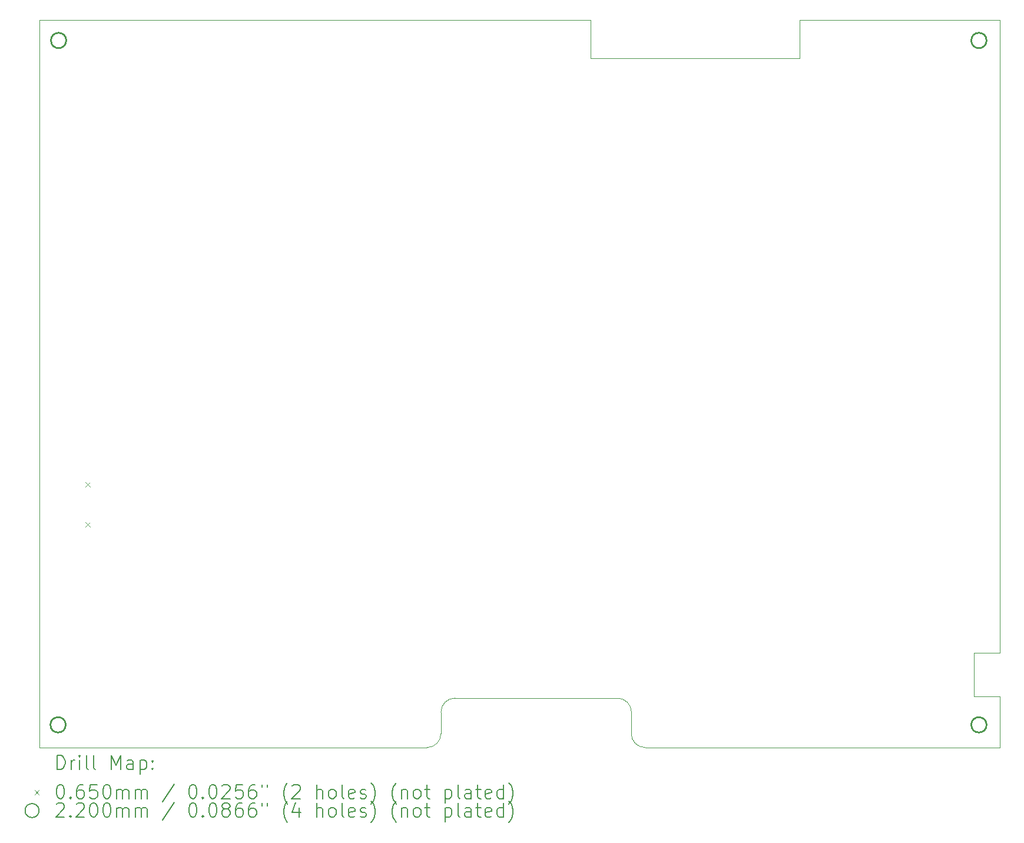
<source format=gbr>
%TF.GenerationSoftware,KiCad,Pcbnew,7.0.9-7.0.9~ubuntu22.04.1*%
%TF.CreationDate,2024-02-01T16:35:02+01:00*%
%TF.ProjectId,v7-kaleido,76372d6b-616c-4656-9964-6f2e6b696361,1.0*%
%TF.SameCoordinates,Original*%
%TF.FileFunction,Drillmap*%
%TF.FilePolarity,Positive*%
%FSLAX45Y45*%
G04 Gerber Fmt 4.5, Leading zero omitted, Abs format (unit mm)*
G04 Created by KiCad (PCBNEW 7.0.9-7.0.9~ubuntu22.04.1) date 2024-02-01 16:35:02*
%MOMM*%
%LPD*%
G01*
G04 APERTURE LIST*
%ADD10C,0.050000*%
%ADD11C,0.200000*%
%ADD12C,0.100000*%
%ADD13C,0.220000*%
G04 APERTURE END LIST*
D10*
X5987950Y-14860600D02*
X5987950Y-4400000D01*
X5987950Y-14860000D02*
X11565000Y-14860000D01*
X19800000Y-4400000D02*
X19800000Y-13500000D01*
X5987950Y-4400000D02*
X13920000Y-4400000D01*
X11965000Y-14150000D02*
G75*
G03*
X11765000Y-14350000I0J-200000D01*
G01*
X19800000Y-14122000D02*
X19800000Y-14860600D01*
X19430000Y-13500000D02*
X19430000Y-14123000D01*
X11765000Y-14660289D02*
X11765000Y-14350000D01*
X11565000Y-14860290D02*
G75*
G03*
X11765000Y-14660289I0J200000D01*
G01*
X14501621Y-14660289D02*
G75*
G03*
X14701621Y-14860289I199999J-1D01*
G01*
X16920000Y-4400000D02*
X19800000Y-4400000D01*
X13920000Y-4400000D02*
X13920000Y-4945000D01*
X14501621Y-14660289D02*
X14503579Y-14350422D01*
X14701621Y-14860289D02*
X19800000Y-14860600D01*
X14503578Y-14350422D02*
G75*
G03*
X14303579Y-14150422I-199998J2D01*
G01*
X19430000Y-14123000D02*
X19800000Y-14122000D01*
X14303579Y-14150000D02*
X11965000Y-14150000D01*
X16920000Y-4945000D02*
X16920000Y-4400000D01*
X19800000Y-13500000D02*
X19430000Y-13500000D01*
X13920000Y-4945000D02*
X16920000Y-4945000D01*
D11*
D12*
X6651150Y-11042869D02*
X6716150Y-11107869D01*
X6716150Y-11042869D02*
X6651150Y-11107869D01*
X6651150Y-11620869D02*
X6716150Y-11685869D01*
X6716150Y-11620869D02*
X6651150Y-11685869D01*
D13*
X6369650Y-14534369D02*
G75*
G03*
X6369650Y-14534369I-110000J0D01*
G01*
X6377000Y-4691000D02*
G75*
G03*
X6377000Y-4691000I-110000J0D01*
G01*
X19610000Y-4691000D02*
G75*
G03*
X19610000Y-4691000I-110000J0D01*
G01*
X19610000Y-14534369D02*
G75*
G03*
X19610000Y-14534369I-110000J0D01*
G01*
D11*
X6246227Y-15174584D02*
X6246227Y-14974584D01*
X6246227Y-14974584D02*
X6293846Y-14974584D01*
X6293846Y-14974584D02*
X6322417Y-14984108D01*
X6322417Y-14984108D02*
X6341465Y-15003155D01*
X6341465Y-15003155D02*
X6350989Y-15022203D01*
X6350989Y-15022203D02*
X6360512Y-15060298D01*
X6360512Y-15060298D02*
X6360512Y-15088869D01*
X6360512Y-15088869D02*
X6350989Y-15126965D01*
X6350989Y-15126965D02*
X6341465Y-15146012D01*
X6341465Y-15146012D02*
X6322417Y-15165060D01*
X6322417Y-15165060D02*
X6293846Y-15174584D01*
X6293846Y-15174584D02*
X6246227Y-15174584D01*
X6446227Y-15174584D02*
X6446227Y-15041250D01*
X6446227Y-15079346D02*
X6455751Y-15060298D01*
X6455751Y-15060298D02*
X6465274Y-15050774D01*
X6465274Y-15050774D02*
X6484322Y-15041250D01*
X6484322Y-15041250D02*
X6503370Y-15041250D01*
X6570036Y-15174584D02*
X6570036Y-15041250D01*
X6570036Y-14974584D02*
X6560512Y-14984108D01*
X6560512Y-14984108D02*
X6570036Y-14993631D01*
X6570036Y-14993631D02*
X6579560Y-14984108D01*
X6579560Y-14984108D02*
X6570036Y-14974584D01*
X6570036Y-14974584D02*
X6570036Y-14993631D01*
X6693846Y-15174584D02*
X6674798Y-15165060D01*
X6674798Y-15165060D02*
X6665274Y-15146012D01*
X6665274Y-15146012D02*
X6665274Y-14974584D01*
X6798608Y-15174584D02*
X6779560Y-15165060D01*
X6779560Y-15165060D02*
X6770036Y-15146012D01*
X6770036Y-15146012D02*
X6770036Y-14974584D01*
X7027179Y-15174584D02*
X7027179Y-14974584D01*
X7027179Y-14974584D02*
X7093846Y-15117441D01*
X7093846Y-15117441D02*
X7160512Y-14974584D01*
X7160512Y-14974584D02*
X7160512Y-15174584D01*
X7341465Y-15174584D02*
X7341465Y-15069822D01*
X7341465Y-15069822D02*
X7331941Y-15050774D01*
X7331941Y-15050774D02*
X7312893Y-15041250D01*
X7312893Y-15041250D02*
X7274798Y-15041250D01*
X7274798Y-15041250D02*
X7255751Y-15050774D01*
X7341465Y-15165060D02*
X7322417Y-15174584D01*
X7322417Y-15174584D02*
X7274798Y-15174584D01*
X7274798Y-15174584D02*
X7255751Y-15165060D01*
X7255751Y-15165060D02*
X7246227Y-15146012D01*
X7246227Y-15146012D02*
X7246227Y-15126965D01*
X7246227Y-15126965D02*
X7255751Y-15107917D01*
X7255751Y-15107917D02*
X7274798Y-15098393D01*
X7274798Y-15098393D02*
X7322417Y-15098393D01*
X7322417Y-15098393D02*
X7341465Y-15088869D01*
X7436703Y-15041250D02*
X7436703Y-15241250D01*
X7436703Y-15050774D02*
X7455751Y-15041250D01*
X7455751Y-15041250D02*
X7493846Y-15041250D01*
X7493846Y-15041250D02*
X7512893Y-15050774D01*
X7512893Y-15050774D02*
X7522417Y-15060298D01*
X7522417Y-15060298D02*
X7531941Y-15079346D01*
X7531941Y-15079346D02*
X7531941Y-15136488D01*
X7531941Y-15136488D02*
X7522417Y-15155536D01*
X7522417Y-15155536D02*
X7512893Y-15165060D01*
X7512893Y-15165060D02*
X7493846Y-15174584D01*
X7493846Y-15174584D02*
X7455751Y-15174584D01*
X7455751Y-15174584D02*
X7436703Y-15165060D01*
X7617655Y-15155536D02*
X7627179Y-15165060D01*
X7627179Y-15165060D02*
X7617655Y-15174584D01*
X7617655Y-15174584D02*
X7608132Y-15165060D01*
X7608132Y-15165060D02*
X7617655Y-15155536D01*
X7617655Y-15155536D02*
X7617655Y-15174584D01*
X7617655Y-15050774D02*
X7627179Y-15060298D01*
X7627179Y-15060298D02*
X7617655Y-15069822D01*
X7617655Y-15069822D02*
X7608132Y-15060298D01*
X7608132Y-15060298D02*
X7617655Y-15050774D01*
X7617655Y-15050774D02*
X7617655Y-15069822D01*
D12*
X5920450Y-15470600D02*
X5985450Y-15535600D01*
X5985450Y-15470600D02*
X5920450Y-15535600D01*
D11*
X6284322Y-15394584D02*
X6303370Y-15394584D01*
X6303370Y-15394584D02*
X6322417Y-15404108D01*
X6322417Y-15404108D02*
X6331941Y-15413631D01*
X6331941Y-15413631D02*
X6341465Y-15432679D01*
X6341465Y-15432679D02*
X6350989Y-15470774D01*
X6350989Y-15470774D02*
X6350989Y-15518393D01*
X6350989Y-15518393D02*
X6341465Y-15556488D01*
X6341465Y-15556488D02*
X6331941Y-15575536D01*
X6331941Y-15575536D02*
X6322417Y-15585060D01*
X6322417Y-15585060D02*
X6303370Y-15594584D01*
X6303370Y-15594584D02*
X6284322Y-15594584D01*
X6284322Y-15594584D02*
X6265274Y-15585060D01*
X6265274Y-15585060D02*
X6255751Y-15575536D01*
X6255751Y-15575536D02*
X6246227Y-15556488D01*
X6246227Y-15556488D02*
X6236703Y-15518393D01*
X6236703Y-15518393D02*
X6236703Y-15470774D01*
X6236703Y-15470774D02*
X6246227Y-15432679D01*
X6246227Y-15432679D02*
X6255751Y-15413631D01*
X6255751Y-15413631D02*
X6265274Y-15404108D01*
X6265274Y-15404108D02*
X6284322Y-15394584D01*
X6436703Y-15575536D02*
X6446227Y-15585060D01*
X6446227Y-15585060D02*
X6436703Y-15594584D01*
X6436703Y-15594584D02*
X6427179Y-15585060D01*
X6427179Y-15585060D02*
X6436703Y-15575536D01*
X6436703Y-15575536D02*
X6436703Y-15594584D01*
X6617655Y-15394584D02*
X6579560Y-15394584D01*
X6579560Y-15394584D02*
X6560512Y-15404108D01*
X6560512Y-15404108D02*
X6550989Y-15413631D01*
X6550989Y-15413631D02*
X6531941Y-15442203D01*
X6531941Y-15442203D02*
X6522417Y-15480298D01*
X6522417Y-15480298D02*
X6522417Y-15556488D01*
X6522417Y-15556488D02*
X6531941Y-15575536D01*
X6531941Y-15575536D02*
X6541465Y-15585060D01*
X6541465Y-15585060D02*
X6560512Y-15594584D01*
X6560512Y-15594584D02*
X6598608Y-15594584D01*
X6598608Y-15594584D02*
X6617655Y-15585060D01*
X6617655Y-15585060D02*
X6627179Y-15575536D01*
X6627179Y-15575536D02*
X6636703Y-15556488D01*
X6636703Y-15556488D02*
X6636703Y-15508869D01*
X6636703Y-15508869D02*
X6627179Y-15489822D01*
X6627179Y-15489822D02*
X6617655Y-15480298D01*
X6617655Y-15480298D02*
X6598608Y-15470774D01*
X6598608Y-15470774D02*
X6560512Y-15470774D01*
X6560512Y-15470774D02*
X6541465Y-15480298D01*
X6541465Y-15480298D02*
X6531941Y-15489822D01*
X6531941Y-15489822D02*
X6522417Y-15508869D01*
X6817655Y-15394584D02*
X6722417Y-15394584D01*
X6722417Y-15394584D02*
X6712893Y-15489822D01*
X6712893Y-15489822D02*
X6722417Y-15480298D01*
X6722417Y-15480298D02*
X6741465Y-15470774D01*
X6741465Y-15470774D02*
X6789084Y-15470774D01*
X6789084Y-15470774D02*
X6808132Y-15480298D01*
X6808132Y-15480298D02*
X6817655Y-15489822D01*
X6817655Y-15489822D02*
X6827179Y-15508869D01*
X6827179Y-15508869D02*
X6827179Y-15556488D01*
X6827179Y-15556488D02*
X6817655Y-15575536D01*
X6817655Y-15575536D02*
X6808132Y-15585060D01*
X6808132Y-15585060D02*
X6789084Y-15594584D01*
X6789084Y-15594584D02*
X6741465Y-15594584D01*
X6741465Y-15594584D02*
X6722417Y-15585060D01*
X6722417Y-15585060D02*
X6712893Y-15575536D01*
X6950989Y-15394584D02*
X6970036Y-15394584D01*
X6970036Y-15394584D02*
X6989084Y-15404108D01*
X6989084Y-15404108D02*
X6998608Y-15413631D01*
X6998608Y-15413631D02*
X7008132Y-15432679D01*
X7008132Y-15432679D02*
X7017655Y-15470774D01*
X7017655Y-15470774D02*
X7017655Y-15518393D01*
X7017655Y-15518393D02*
X7008132Y-15556488D01*
X7008132Y-15556488D02*
X6998608Y-15575536D01*
X6998608Y-15575536D02*
X6989084Y-15585060D01*
X6989084Y-15585060D02*
X6970036Y-15594584D01*
X6970036Y-15594584D02*
X6950989Y-15594584D01*
X6950989Y-15594584D02*
X6931941Y-15585060D01*
X6931941Y-15585060D02*
X6922417Y-15575536D01*
X6922417Y-15575536D02*
X6912893Y-15556488D01*
X6912893Y-15556488D02*
X6903370Y-15518393D01*
X6903370Y-15518393D02*
X6903370Y-15470774D01*
X6903370Y-15470774D02*
X6912893Y-15432679D01*
X6912893Y-15432679D02*
X6922417Y-15413631D01*
X6922417Y-15413631D02*
X6931941Y-15404108D01*
X6931941Y-15404108D02*
X6950989Y-15394584D01*
X7103370Y-15594584D02*
X7103370Y-15461250D01*
X7103370Y-15480298D02*
X7112893Y-15470774D01*
X7112893Y-15470774D02*
X7131941Y-15461250D01*
X7131941Y-15461250D02*
X7160513Y-15461250D01*
X7160513Y-15461250D02*
X7179560Y-15470774D01*
X7179560Y-15470774D02*
X7189084Y-15489822D01*
X7189084Y-15489822D02*
X7189084Y-15594584D01*
X7189084Y-15489822D02*
X7198608Y-15470774D01*
X7198608Y-15470774D02*
X7217655Y-15461250D01*
X7217655Y-15461250D02*
X7246227Y-15461250D01*
X7246227Y-15461250D02*
X7265274Y-15470774D01*
X7265274Y-15470774D02*
X7274798Y-15489822D01*
X7274798Y-15489822D02*
X7274798Y-15594584D01*
X7370036Y-15594584D02*
X7370036Y-15461250D01*
X7370036Y-15480298D02*
X7379560Y-15470774D01*
X7379560Y-15470774D02*
X7398608Y-15461250D01*
X7398608Y-15461250D02*
X7427179Y-15461250D01*
X7427179Y-15461250D02*
X7446227Y-15470774D01*
X7446227Y-15470774D02*
X7455751Y-15489822D01*
X7455751Y-15489822D02*
X7455751Y-15594584D01*
X7455751Y-15489822D02*
X7465274Y-15470774D01*
X7465274Y-15470774D02*
X7484322Y-15461250D01*
X7484322Y-15461250D02*
X7512893Y-15461250D01*
X7512893Y-15461250D02*
X7531941Y-15470774D01*
X7531941Y-15470774D02*
X7541465Y-15489822D01*
X7541465Y-15489822D02*
X7541465Y-15594584D01*
X7931941Y-15385060D02*
X7760513Y-15642203D01*
X8189084Y-15394584D02*
X8208132Y-15394584D01*
X8208132Y-15394584D02*
X8227179Y-15404108D01*
X8227179Y-15404108D02*
X8236703Y-15413631D01*
X8236703Y-15413631D02*
X8246227Y-15432679D01*
X8246227Y-15432679D02*
X8255751Y-15470774D01*
X8255751Y-15470774D02*
X8255751Y-15518393D01*
X8255751Y-15518393D02*
X8246227Y-15556488D01*
X8246227Y-15556488D02*
X8236703Y-15575536D01*
X8236703Y-15575536D02*
X8227179Y-15585060D01*
X8227179Y-15585060D02*
X8208132Y-15594584D01*
X8208132Y-15594584D02*
X8189084Y-15594584D01*
X8189084Y-15594584D02*
X8170036Y-15585060D01*
X8170036Y-15585060D02*
X8160513Y-15575536D01*
X8160513Y-15575536D02*
X8150989Y-15556488D01*
X8150989Y-15556488D02*
X8141465Y-15518393D01*
X8141465Y-15518393D02*
X8141465Y-15470774D01*
X8141465Y-15470774D02*
X8150989Y-15432679D01*
X8150989Y-15432679D02*
X8160513Y-15413631D01*
X8160513Y-15413631D02*
X8170036Y-15404108D01*
X8170036Y-15404108D02*
X8189084Y-15394584D01*
X8341465Y-15575536D02*
X8350989Y-15585060D01*
X8350989Y-15585060D02*
X8341465Y-15594584D01*
X8341465Y-15594584D02*
X8331941Y-15585060D01*
X8331941Y-15585060D02*
X8341465Y-15575536D01*
X8341465Y-15575536D02*
X8341465Y-15594584D01*
X8474798Y-15394584D02*
X8493846Y-15394584D01*
X8493846Y-15394584D02*
X8512894Y-15404108D01*
X8512894Y-15404108D02*
X8522418Y-15413631D01*
X8522418Y-15413631D02*
X8531941Y-15432679D01*
X8531941Y-15432679D02*
X8541465Y-15470774D01*
X8541465Y-15470774D02*
X8541465Y-15518393D01*
X8541465Y-15518393D02*
X8531941Y-15556488D01*
X8531941Y-15556488D02*
X8522418Y-15575536D01*
X8522418Y-15575536D02*
X8512894Y-15585060D01*
X8512894Y-15585060D02*
X8493846Y-15594584D01*
X8493846Y-15594584D02*
X8474798Y-15594584D01*
X8474798Y-15594584D02*
X8455751Y-15585060D01*
X8455751Y-15585060D02*
X8446227Y-15575536D01*
X8446227Y-15575536D02*
X8436703Y-15556488D01*
X8436703Y-15556488D02*
X8427179Y-15518393D01*
X8427179Y-15518393D02*
X8427179Y-15470774D01*
X8427179Y-15470774D02*
X8436703Y-15432679D01*
X8436703Y-15432679D02*
X8446227Y-15413631D01*
X8446227Y-15413631D02*
X8455751Y-15404108D01*
X8455751Y-15404108D02*
X8474798Y-15394584D01*
X8617656Y-15413631D02*
X8627179Y-15404108D01*
X8627179Y-15404108D02*
X8646227Y-15394584D01*
X8646227Y-15394584D02*
X8693846Y-15394584D01*
X8693846Y-15394584D02*
X8712894Y-15404108D01*
X8712894Y-15404108D02*
X8722418Y-15413631D01*
X8722418Y-15413631D02*
X8731941Y-15432679D01*
X8731941Y-15432679D02*
X8731941Y-15451727D01*
X8731941Y-15451727D02*
X8722418Y-15480298D01*
X8722418Y-15480298D02*
X8608132Y-15594584D01*
X8608132Y-15594584D02*
X8731941Y-15594584D01*
X8912894Y-15394584D02*
X8817656Y-15394584D01*
X8817656Y-15394584D02*
X8808132Y-15489822D01*
X8808132Y-15489822D02*
X8817656Y-15480298D01*
X8817656Y-15480298D02*
X8836703Y-15470774D01*
X8836703Y-15470774D02*
X8884322Y-15470774D01*
X8884322Y-15470774D02*
X8903370Y-15480298D01*
X8903370Y-15480298D02*
X8912894Y-15489822D01*
X8912894Y-15489822D02*
X8922418Y-15508869D01*
X8922418Y-15508869D02*
X8922418Y-15556488D01*
X8922418Y-15556488D02*
X8912894Y-15575536D01*
X8912894Y-15575536D02*
X8903370Y-15585060D01*
X8903370Y-15585060D02*
X8884322Y-15594584D01*
X8884322Y-15594584D02*
X8836703Y-15594584D01*
X8836703Y-15594584D02*
X8817656Y-15585060D01*
X8817656Y-15585060D02*
X8808132Y-15575536D01*
X9093846Y-15394584D02*
X9055751Y-15394584D01*
X9055751Y-15394584D02*
X9036703Y-15404108D01*
X9036703Y-15404108D02*
X9027179Y-15413631D01*
X9027179Y-15413631D02*
X9008132Y-15442203D01*
X9008132Y-15442203D02*
X8998608Y-15480298D01*
X8998608Y-15480298D02*
X8998608Y-15556488D01*
X8998608Y-15556488D02*
X9008132Y-15575536D01*
X9008132Y-15575536D02*
X9017656Y-15585060D01*
X9017656Y-15585060D02*
X9036703Y-15594584D01*
X9036703Y-15594584D02*
X9074799Y-15594584D01*
X9074799Y-15594584D02*
X9093846Y-15585060D01*
X9093846Y-15585060D02*
X9103370Y-15575536D01*
X9103370Y-15575536D02*
X9112894Y-15556488D01*
X9112894Y-15556488D02*
X9112894Y-15508869D01*
X9112894Y-15508869D02*
X9103370Y-15489822D01*
X9103370Y-15489822D02*
X9093846Y-15480298D01*
X9093846Y-15480298D02*
X9074799Y-15470774D01*
X9074799Y-15470774D02*
X9036703Y-15470774D01*
X9036703Y-15470774D02*
X9017656Y-15480298D01*
X9017656Y-15480298D02*
X9008132Y-15489822D01*
X9008132Y-15489822D02*
X8998608Y-15508869D01*
X9189084Y-15394584D02*
X9189084Y-15432679D01*
X9265275Y-15394584D02*
X9265275Y-15432679D01*
X9560513Y-15670774D02*
X9550989Y-15661250D01*
X9550989Y-15661250D02*
X9531941Y-15632679D01*
X9531941Y-15632679D02*
X9522418Y-15613631D01*
X9522418Y-15613631D02*
X9512894Y-15585060D01*
X9512894Y-15585060D02*
X9503370Y-15537441D01*
X9503370Y-15537441D02*
X9503370Y-15499346D01*
X9503370Y-15499346D02*
X9512894Y-15451727D01*
X9512894Y-15451727D02*
X9522418Y-15423155D01*
X9522418Y-15423155D02*
X9531941Y-15404108D01*
X9531941Y-15404108D02*
X9550989Y-15375536D01*
X9550989Y-15375536D02*
X9560513Y-15366012D01*
X9627180Y-15413631D02*
X9636703Y-15404108D01*
X9636703Y-15404108D02*
X9655751Y-15394584D01*
X9655751Y-15394584D02*
X9703370Y-15394584D01*
X9703370Y-15394584D02*
X9722418Y-15404108D01*
X9722418Y-15404108D02*
X9731941Y-15413631D01*
X9731941Y-15413631D02*
X9741465Y-15432679D01*
X9741465Y-15432679D02*
X9741465Y-15451727D01*
X9741465Y-15451727D02*
X9731941Y-15480298D01*
X9731941Y-15480298D02*
X9617656Y-15594584D01*
X9617656Y-15594584D02*
X9741465Y-15594584D01*
X9979561Y-15594584D02*
X9979561Y-15394584D01*
X10065275Y-15594584D02*
X10065275Y-15489822D01*
X10065275Y-15489822D02*
X10055751Y-15470774D01*
X10055751Y-15470774D02*
X10036703Y-15461250D01*
X10036703Y-15461250D02*
X10008132Y-15461250D01*
X10008132Y-15461250D02*
X9989084Y-15470774D01*
X9989084Y-15470774D02*
X9979561Y-15480298D01*
X10189084Y-15594584D02*
X10170037Y-15585060D01*
X10170037Y-15585060D02*
X10160513Y-15575536D01*
X10160513Y-15575536D02*
X10150989Y-15556488D01*
X10150989Y-15556488D02*
X10150989Y-15499346D01*
X10150989Y-15499346D02*
X10160513Y-15480298D01*
X10160513Y-15480298D02*
X10170037Y-15470774D01*
X10170037Y-15470774D02*
X10189084Y-15461250D01*
X10189084Y-15461250D02*
X10217656Y-15461250D01*
X10217656Y-15461250D02*
X10236703Y-15470774D01*
X10236703Y-15470774D02*
X10246227Y-15480298D01*
X10246227Y-15480298D02*
X10255751Y-15499346D01*
X10255751Y-15499346D02*
X10255751Y-15556488D01*
X10255751Y-15556488D02*
X10246227Y-15575536D01*
X10246227Y-15575536D02*
X10236703Y-15585060D01*
X10236703Y-15585060D02*
X10217656Y-15594584D01*
X10217656Y-15594584D02*
X10189084Y-15594584D01*
X10370037Y-15594584D02*
X10350989Y-15585060D01*
X10350989Y-15585060D02*
X10341465Y-15566012D01*
X10341465Y-15566012D02*
X10341465Y-15394584D01*
X10522418Y-15585060D02*
X10503370Y-15594584D01*
X10503370Y-15594584D02*
X10465275Y-15594584D01*
X10465275Y-15594584D02*
X10446227Y-15585060D01*
X10446227Y-15585060D02*
X10436703Y-15566012D01*
X10436703Y-15566012D02*
X10436703Y-15489822D01*
X10436703Y-15489822D02*
X10446227Y-15470774D01*
X10446227Y-15470774D02*
X10465275Y-15461250D01*
X10465275Y-15461250D02*
X10503370Y-15461250D01*
X10503370Y-15461250D02*
X10522418Y-15470774D01*
X10522418Y-15470774D02*
X10531942Y-15489822D01*
X10531942Y-15489822D02*
X10531942Y-15508869D01*
X10531942Y-15508869D02*
X10436703Y-15527917D01*
X10608132Y-15585060D02*
X10627180Y-15594584D01*
X10627180Y-15594584D02*
X10665275Y-15594584D01*
X10665275Y-15594584D02*
X10684323Y-15585060D01*
X10684323Y-15585060D02*
X10693846Y-15566012D01*
X10693846Y-15566012D02*
X10693846Y-15556488D01*
X10693846Y-15556488D02*
X10684323Y-15537441D01*
X10684323Y-15537441D02*
X10665275Y-15527917D01*
X10665275Y-15527917D02*
X10636703Y-15527917D01*
X10636703Y-15527917D02*
X10617656Y-15518393D01*
X10617656Y-15518393D02*
X10608132Y-15499346D01*
X10608132Y-15499346D02*
X10608132Y-15489822D01*
X10608132Y-15489822D02*
X10617656Y-15470774D01*
X10617656Y-15470774D02*
X10636703Y-15461250D01*
X10636703Y-15461250D02*
X10665275Y-15461250D01*
X10665275Y-15461250D02*
X10684323Y-15470774D01*
X10760513Y-15670774D02*
X10770037Y-15661250D01*
X10770037Y-15661250D02*
X10789084Y-15632679D01*
X10789084Y-15632679D02*
X10798608Y-15613631D01*
X10798608Y-15613631D02*
X10808132Y-15585060D01*
X10808132Y-15585060D02*
X10817656Y-15537441D01*
X10817656Y-15537441D02*
X10817656Y-15499346D01*
X10817656Y-15499346D02*
X10808132Y-15451727D01*
X10808132Y-15451727D02*
X10798608Y-15423155D01*
X10798608Y-15423155D02*
X10789084Y-15404108D01*
X10789084Y-15404108D02*
X10770037Y-15375536D01*
X10770037Y-15375536D02*
X10760513Y-15366012D01*
X11122418Y-15670774D02*
X11112894Y-15661250D01*
X11112894Y-15661250D02*
X11093846Y-15632679D01*
X11093846Y-15632679D02*
X11084323Y-15613631D01*
X11084323Y-15613631D02*
X11074799Y-15585060D01*
X11074799Y-15585060D02*
X11065275Y-15537441D01*
X11065275Y-15537441D02*
X11065275Y-15499346D01*
X11065275Y-15499346D02*
X11074799Y-15451727D01*
X11074799Y-15451727D02*
X11084323Y-15423155D01*
X11084323Y-15423155D02*
X11093846Y-15404108D01*
X11093846Y-15404108D02*
X11112894Y-15375536D01*
X11112894Y-15375536D02*
X11122418Y-15366012D01*
X11198608Y-15461250D02*
X11198608Y-15594584D01*
X11198608Y-15480298D02*
X11208132Y-15470774D01*
X11208132Y-15470774D02*
X11227180Y-15461250D01*
X11227180Y-15461250D02*
X11255751Y-15461250D01*
X11255751Y-15461250D02*
X11274799Y-15470774D01*
X11274799Y-15470774D02*
X11284322Y-15489822D01*
X11284322Y-15489822D02*
X11284322Y-15594584D01*
X11408132Y-15594584D02*
X11389084Y-15585060D01*
X11389084Y-15585060D02*
X11379561Y-15575536D01*
X11379561Y-15575536D02*
X11370037Y-15556488D01*
X11370037Y-15556488D02*
X11370037Y-15499346D01*
X11370037Y-15499346D02*
X11379561Y-15480298D01*
X11379561Y-15480298D02*
X11389084Y-15470774D01*
X11389084Y-15470774D02*
X11408132Y-15461250D01*
X11408132Y-15461250D02*
X11436703Y-15461250D01*
X11436703Y-15461250D02*
X11455751Y-15470774D01*
X11455751Y-15470774D02*
X11465275Y-15480298D01*
X11465275Y-15480298D02*
X11474799Y-15499346D01*
X11474799Y-15499346D02*
X11474799Y-15556488D01*
X11474799Y-15556488D02*
X11465275Y-15575536D01*
X11465275Y-15575536D02*
X11455751Y-15585060D01*
X11455751Y-15585060D02*
X11436703Y-15594584D01*
X11436703Y-15594584D02*
X11408132Y-15594584D01*
X11531942Y-15461250D02*
X11608132Y-15461250D01*
X11560513Y-15394584D02*
X11560513Y-15566012D01*
X11560513Y-15566012D02*
X11570037Y-15585060D01*
X11570037Y-15585060D02*
X11589084Y-15594584D01*
X11589084Y-15594584D02*
X11608132Y-15594584D01*
X11827180Y-15461250D02*
X11827180Y-15661250D01*
X11827180Y-15470774D02*
X11846227Y-15461250D01*
X11846227Y-15461250D02*
X11884323Y-15461250D01*
X11884323Y-15461250D02*
X11903370Y-15470774D01*
X11903370Y-15470774D02*
X11912894Y-15480298D01*
X11912894Y-15480298D02*
X11922418Y-15499346D01*
X11922418Y-15499346D02*
X11922418Y-15556488D01*
X11922418Y-15556488D02*
X11912894Y-15575536D01*
X11912894Y-15575536D02*
X11903370Y-15585060D01*
X11903370Y-15585060D02*
X11884323Y-15594584D01*
X11884323Y-15594584D02*
X11846227Y-15594584D01*
X11846227Y-15594584D02*
X11827180Y-15585060D01*
X12036703Y-15594584D02*
X12017656Y-15585060D01*
X12017656Y-15585060D02*
X12008132Y-15566012D01*
X12008132Y-15566012D02*
X12008132Y-15394584D01*
X12198608Y-15594584D02*
X12198608Y-15489822D01*
X12198608Y-15489822D02*
X12189084Y-15470774D01*
X12189084Y-15470774D02*
X12170037Y-15461250D01*
X12170037Y-15461250D02*
X12131942Y-15461250D01*
X12131942Y-15461250D02*
X12112894Y-15470774D01*
X12198608Y-15585060D02*
X12179561Y-15594584D01*
X12179561Y-15594584D02*
X12131942Y-15594584D01*
X12131942Y-15594584D02*
X12112894Y-15585060D01*
X12112894Y-15585060D02*
X12103370Y-15566012D01*
X12103370Y-15566012D02*
X12103370Y-15546965D01*
X12103370Y-15546965D02*
X12112894Y-15527917D01*
X12112894Y-15527917D02*
X12131942Y-15518393D01*
X12131942Y-15518393D02*
X12179561Y-15518393D01*
X12179561Y-15518393D02*
X12198608Y-15508869D01*
X12265275Y-15461250D02*
X12341465Y-15461250D01*
X12293846Y-15394584D02*
X12293846Y-15566012D01*
X12293846Y-15566012D02*
X12303370Y-15585060D01*
X12303370Y-15585060D02*
X12322418Y-15594584D01*
X12322418Y-15594584D02*
X12341465Y-15594584D01*
X12484323Y-15585060D02*
X12465275Y-15594584D01*
X12465275Y-15594584D02*
X12427180Y-15594584D01*
X12427180Y-15594584D02*
X12408132Y-15585060D01*
X12408132Y-15585060D02*
X12398608Y-15566012D01*
X12398608Y-15566012D02*
X12398608Y-15489822D01*
X12398608Y-15489822D02*
X12408132Y-15470774D01*
X12408132Y-15470774D02*
X12427180Y-15461250D01*
X12427180Y-15461250D02*
X12465275Y-15461250D01*
X12465275Y-15461250D02*
X12484323Y-15470774D01*
X12484323Y-15470774D02*
X12493846Y-15489822D01*
X12493846Y-15489822D02*
X12493846Y-15508869D01*
X12493846Y-15508869D02*
X12398608Y-15527917D01*
X12665275Y-15594584D02*
X12665275Y-15394584D01*
X12665275Y-15585060D02*
X12646227Y-15594584D01*
X12646227Y-15594584D02*
X12608132Y-15594584D01*
X12608132Y-15594584D02*
X12589084Y-15585060D01*
X12589084Y-15585060D02*
X12579561Y-15575536D01*
X12579561Y-15575536D02*
X12570037Y-15556488D01*
X12570037Y-15556488D02*
X12570037Y-15499346D01*
X12570037Y-15499346D02*
X12579561Y-15480298D01*
X12579561Y-15480298D02*
X12589084Y-15470774D01*
X12589084Y-15470774D02*
X12608132Y-15461250D01*
X12608132Y-15461250D02*
X12646227Y-15461250D01*
X12646227Y-15461250D02*
X12665275Y-15470774D01*
X12741465Y-15670774D02*
X12750989Y-15661250D01*
X12750989Y-15661250D02*
X12770037Y-15632679D01*
X12770037Y-15632679D02*
X12779561Y-15613631D01*
X12779561Y-15613631D02*
X12789084Y-15585060D01*
X12789084Y-15585060D02*
X12798608Y-15537441D01*
X12798608Y-15537441D02*
X12798608Y-15499346D01*
X12798608Y-15499346D02*
X12789084Y-15451727D01*
X12789084Y-15451727D02*
X12779561Y-15423155D01*
X12779561Y-15423155D02*
X12770037Y-15404108D01*
X12770037Y-15404108D02*
X12750989Y-15375536D01*
X12750989Y-15375536D02*
X12741465Y-15366012D01*
X5985450Y-15767100D02*
G75*
G03*
X5985450Y-15767100I-100000J0D01*
G01*
X6236703Y-15677631D02*
X6246227Y-15668108D01*
X6246227Y-15668108D02*
X6265274Y-15658584D01*
X6265274Y-15658584D02*
X6312893Y-15658584D01*
X6312893Y-15658584D02*
X6331941Y-15668108D01*
X6331941Y-15668108D02*
X6341465Y-15677631D01*
X6341465Y-15677631D02*
X6350989Y-15696679D01*
X6350989Y-15696679D02*
X6350989Y-15715727D01*
X6350989Y-15715727D02*
X6341465Y-15744298D01*
X6341465Y-15744298D02*
X6227179Y-15858584D01*
X6227179Y-15858584D02*
X6350989Y-15858584D01*
X6436703Y-15839536D02*
X6446227Y-15849060D01*
X6446227Y-15849060D02*
X6436703Y-15858584D01*
X6436703Y-15858584D02*
X6427179Y-15849060D01*
X6427179Y-15849060D02*
X6436703Y-15839536D01*
X6436703Y-15839536D02*
X6436703Y-15858584D01*
X6522417Y-15677631D02*
X6531941Y-15668108D01*
X6531941Y-15668108D02*
X6550989Y-15658584D01*
X6550989Y-15658584D02*
X6598608Y-15658584D01*
X6598608Y-15658584D02*
X6617655Y-15668108D01*
X6617655Y-15668108D02*
X6627179Y-15677631D01*
X6627179Y-15677631D02*
X6636703Y-15696679D01*
X6636703Y-15696679D02*
X6636703Y-15715727D01*
X6636703Y-15715727D02*
X6627179Y-15744298D01*
X6627179Y-15744298D02*
X6512893Y-15858584D01*
X6512893Y-15858584D02*
X6636703Y-15858584D01*
X6760512Y-15658584D02*
X6779560Y-15658584D01*
X6779560Y-15658584D02*
X6798608Y-15668108D01*
X6798608Y-15668108D02*
X6808132Y-15677631D01*
X6808132Y-15677631D02*
X6817655Y-15696679D01*
X6817655Y-15696679D02*
X6827179Y-15734774D01*
X6827179Y-15734774D02*
X6827179Y-15782393D01*
X6827179Y-15782393D02*
X6817655Y-15820488D01*
X6817655Y-15820488D02*
X6808132Y-15839536D01*
X6808132Y-15839536D02*
X6798608Y-15849060D01*
X6798608Y-15849060D02*
X6779560Y-15858584D01*
X6779560Y-15858584D02*
X6760512Y-15858584D01*
X6760512Y-15858584D02*
X6741465Y-15849060D01*
X6741465Y-15849060D02*
X6731941Y-15839536D01*
X6731941Y-15839536D02*
X6722417Y-15820488D01*
X6722417Y-15820488D02*
X6712893Y-15782393D01*
X6712893Y-15782393D02*
X6712893Y-15734774D01*
X6712893Y-15734774D02*
X6722417Y-15696679D01*
X6722417Y-15696679D02*
X6731941Y-15677631D01*
X6731941Y-15677631D02*
X6741465Y-15668108D01*
X6741465Y-15668108D02*
X6760512Y-15658584D01*
X6950989Y-15658584D02*
X6970036Y-15658584D01*
X6970036Y-15658584D02*
X6989084Y-15668108D01*
X6989084Y-15668108D02*
X6998608Y-15677631D01*
X6998608Y-15677631D02*
X7008132Y-15696679D01*
X7008132Y-15696679D02*
X7017655Y-15734774D01*
X7017655Y-15734774D02*
X7017655Y-15782393D01*
X7017655Y-15782393D02*
X7008132Y-15820488D01*
X7008132Y-15820488D02*
X6998608Y-15839536D01*
X6998608Y-15839536D02*
X6989084Y-15849060D01*
X6989084Y-15849060D02*
X6970036Y-15858584D01*
X6970036Y-15858584D02*
X6950989Y-15858584D01*
X6950989Y-15858584D02*
X6931941Y-15849060D01*
X6931941Y-15849060D02*
X6922417Y-15839536D01*
X6922417Y-15839536D02*
X6912893Y-15820488D01*
X6912893Y-15820488D02*
X6903370Y-15782393D01*
X6903370Y-15782393D02*
X6903370Y-15734774D01*
X6903370Y-15734774D02*
X6912893Y-15696679D01*
X6912893Y-15696679D02*
X6922417Y-15677631D01*
X6922417Y-15677631D02*
X6931941Y-15668108D01*
X6931941Y-15668108D02*
X6950989Y-15658584D01*
X7103370Y-15858584D02*
X7103370Y-15725250D01*
X7103370Y-15744298D02*
X7112893Y-15734774D01*
X7112893Y-15734774D02*
X7131941Y-15725250D01*
X7131941Y-15725250D02*
X7160513Y-15725250D01*
X7160513Y-15725250D02*
X7179560Y-15734774D01*
X7179560Y-15734774D02*
X7189084Y-15753822D01*
X7189084Y-15753822D02*
X7189084Y-15858584D01*
X7189084Y-15753822D02*
X7198608Y-15734774D01*
X7198608Y-15734774D02*
X7217655Y-15725250D01*
X7217655Y-15725250D02*
X7246227Y-15725250D01*
X7246227Y-15725250D02*
X7265274Y-15734774D01*
X7265274Y-15734774D02*
X7274798Y-15753822D01*
X7274798Y-15753822D02*
X7274798Y-15858584D01*
X7370036Y-15858584D02*
X7370036Y-15725250D01*
X7370036Y-15744298D02*
X7379560Y-15734774D01*
X7379560Y-15734774D02*
X7398608Y-15725250D01*
X7398608Y-15725250D02*
X7427179Y-15725250D01*
X7427179Y-15725250D02*
X7446227Y-15734774D01*
X7446227Y-15734774D02*
X7455751Y-15753822D01*
X7455751Y-15753822D02*
X7455751Y-15858584D01*
X7455751Y-15753822D02*
X7465274Y-15734774D01*
X7465274Y-15734774D02*
X7484322Y-15725250D01*
X7484322Y-15725250D02*
X7512893Y-15725250D01*
X7512893Y-15725250D02*
X7531941Y-15734774D01*
X7531941Y-15734774D02*
X7541465Y-15753822D01*
X7541465Y-15753822D02*
X7541465Y-15858584D01*
X7931941Y-15649060D02*
X7760513Y-15906203D01*
X8189084Y-15658584D02*
X8208132Y-15658584D01*
X8208132Y-15658584D02*
X8227179Y-15668108D01*
X8227179Y-15668108D02*
X8236703Y-15677631D01*
X8236703Y-15677631D02*
X8246227Y-15696679D01*
X8246227Y-15696679D02*
X8255751Y-15734774D01*
X8255751Y-15734774D02*
X8255751Y-15782393D01*
X8255751Y-15782393D02*
X8246227Y-15820488D01*
X8246227Y-15820488D02*
X8236703Y-15839536D01*
X8236703Y-15839536D02*
X8227179Y-15849060D01*
X8227179Y-15849060D02*
X8208132Y-15858584D01*
X8208132Y-15858584D02*
X8189084Y-15858584D01*
X8189084Y-15858584D02*
X8170036Y-15849060D01*
X8170036Y-15849060D02*
X8160513Y-15839536D01*
X8160513Y-15839536D02*
X8150989Y-15820488D01*
X8150989Y-15820488D02*
X8141465Y-15782393D01*
X8141465Y-15782393D02*
X8141465Y-15734774D01*
X8141465Y-15734774D02*
X8150989Y-15696679D01*
X8150989Y-15696679D02*
X8160513Y-15677631D01*
X8160513Y-15677631D02*
X8170036Y-15668108D01*
X8170036Y-15668108D02*
X8189084Y-15658584D01*
X8341465Y-15839536D02*
X8350989Y-15849060D01*
X8350989Y-15849060D02*
X8341465Y-15858584D01*
X8341465Y-15858584D02*
X8331941Y-15849060D01*
X8331941Y-15849060D02*
X8341465Y-15839536D01*
X8341465Y-15839536D02*
X8341465Y-15858584D01*
X8474798Y-15658584D02*
X8493846Y-15658584D01*
X8493846Y-15658584D02*
X8512894Y-15668108D01*
X8512894Y-15668108D02*
X8522418Y-15677631D01*
X8522418Y-15677631D02*
X8531941Y-15696679D01*
X8531941Y-15696679D02*
X8541465Y-15734774D01*
X8541465Y-15734774D02*
X8541465Y-15782393D01*
X8541465Y-15782393D02*
X8531941Y-15820488D01*
X8531941Y-15820488D02*
X8522418Y-15839536D01*
X8522418Y-15839536D02*
X8512894Y-15849060D01*
X8512894Y-15849060D02*
X8493846Y-15858584D01*
X8493846Y-15858584D02*
X8474798Y-15858584D01*
X8474798Y-15858584D02*
X8455751Y-15849060D01*
X8455751Y-15849060D02*
X8446227Y-15839536D01*
X8446227Y-15839536D02*
X8436703Y-15820488D01*
X8436703Y-15820488D02*
X8427179Y-15782393D01*
X8427179Y-15782393D02*
X8427179Y-15734774D01*
X8427179Y-15734774D02*
X8436703Y-15696679D01*
X8436703Y-15696679D02*
X8446227Y-15677631D01*
X8446227Y-15677631D02*
X8455751Y-15668108D01*
X8455751Y-15668108D02*
X8474798Y-15658584D01*
X8655751Y-15744298D02*
X8636703Y-15734774D01*
X8636703Y-15734774D02*
X8627179Y-15725250D01*
X8627179Y-15725250D02*
X8617656Y-15706203D01*
X8617656Y-15706203D02*
X8617656Y-15696679D01*
X8617656Y-15696679D02*
X8627179Y-15677631D01*
X8627179Y-15677631D02*
X8636703Y-15668108D01*
X8636703Y-15668108D02*
X8655751Y-15658584D01*
X8655751Y-15658584D02*
X8693846Y-15658584D01*
X8693846Y-15658584D02*
X8712894Y-15668108D01*
X8712894Y-15668108D02*
X8722418Y-15677631D01*
X8722418Y-15677631D02*
X8731941Y-15696679D01*
X8731941Y-15696679D02*
X8731941Y-15706203D01*
X8731941Y-15706203D02*
X8722418Y-15725250D01*
X8722418Y-15725250D02*
X8712894Y-15734774D01*
X8712894Y-15734774D02*
X8693846Y-15744298D01*
X8693846Y-15744298D02*
X8655751Y-15744298D01*
X8655751Y-15744298D02*
X8636703Y-15753822D01*
X8636703Y-15753822D02*
X8627179Y-15763346D01*
X8627179Y-15763346D02*
X8617656Y-15782393D01*
X8617656Y-15782393D02*
X8617656Y-15820488D01*
X8617656Y-15820488D02*
X8627179Y-15839536D01*
X8627179Y-15839536D02*
X8636703Y-15849060D01*
X8636703Y-15849060D02*
X8655751Y-15858584D01*
X8655751Y-15858584D02*
X8693846Y-15858584D01*
X8693846Y-15858584D02*
X8712894Y-15849060D01*
X8712894Y-15849060D02*
X8722418Y-15839536D01*
X8722418Y-15839536D02*
X8731941Y-15820488D01*
X8731941Y-15820488D02*
X8731941Y-15782393D01*
X8731941Y-15782393D02*
X8722418Y-15763346D01*
X8722418Y-15763346D02*
X8712894Y-15753822D01*
X8712894Y-15753822D02*
X8693846Y-15744298D01*
X8903370Y-15658584D02*
X8865275Y-15658584D01*
X8865275Y-15658584D02*
X8846227Y-15668108D01*
X8846227Y-15668108D02*
X8836703Y-15677631D01*
X8836703Y-15677631D02*
X8817656Y-15706203D01*
X8817656Y-15706203D02*
X8808132Y-15744298D01*
X8808132Y-15744298D02*
X8808132Y-15820488D01*
X8808132Y-15820488D02*
X8817656Y-15839536D01*
X8817656Y-15839536D02*
X8827179Y-15849060D01*
X8827179Y-15849060D02*
X8846227Y-15858584D01*
X8846227Y-15858584D02*
X8884322Y-15858584D01*
X8884322Y-15858584D02*
X8903370Y-15849060D01*
X8903370Y-15849060D02*
X8912894Y-15839536D01*
X8912894Y-15839536D02*
X8922418Y-15820488D01*
X8922418Y-15820488D02*
X8922418Y-15772869D01*
X8922418Y-15772869D02*
X8912894Y-15753822D01*
X8912894Y-15753822D02*
X8903370Y-15744298D01*
X8903370Y-15744298D02*
X8884322Y-15734774D01*
X8884322Y-15734774D02*
X8846227Y-15734774D01*
X8846227Y-15734774D02*
X8827179Y-15744298D01*
X8827179Y-15744298D02*
X8817656Y-15753822D01*
X8817656Y-15753822D02*
X8808132Y-15772869D01*
X9093846Y-15658584D02*
X9055751Y-15658584D01*
X9055751Y-15658584D02*
X9036703Y-15668108D01*
X9036703Y-15668108D02*
X9027179Y-15677631D01*
X9027179Y-15677631D02*
X9008132Y-15706203D01*
X9008132Y-15706203D02*
X8998608Y-15744298D01*
X8998608Y-15744298D02*
X8998608Y-15820488D01*
X8998608Y-15820488D02*
X9008132Y-15839536D01*
X9008132Y-15839536D02*
X9017656Y-15849060D01*
X9017656Y-15849060D02*
X9036703Y-15858584D01*
X9036703Y-15858584D02*
X9074799Y-15858584D01*
X9074799Y-15858584D02*
X9093846Y-15849060D01*
X9093846Y-15849060D02*
X9103370Y-15839536D01*
X9103370Y-15839536D02*
X9112894Y-15820488D01*
X9112894Y-15820488D02*
X9112894Y-15772869D01*
X9112894Y-15772869D02*
X9103370Y-15753822D01*
X9103370Y-15753822D02*
X9093846Y-15744298D01*
X9093846Y-15744298D02*
X9074799Y-15734774D01*
X9074799Y-15734774D02*
X9036703Y-15734774D01*
X9036703Y-15734774D02*
X9017656Y-15744298D01*
X9017656Y-15744298D02*
X9008132Y-15753822D01*
X9008132Y-15753822D02*
X8998608Y-15772869D01*
X9189084Y-15658584D02*
X9189084Y-15696679D01*
X9265275Y-15658584D02*
X9265275Y-15696679D01*
X9560513Y-15934774D02*
X9550989Y-15925250D01*
X9550989Y-15925250D02*
X9531941Y-15896679D01*
X9531941Y-15896679D02*
X9522418Y-15877631D01*
X9522418Y-15877631D02*
X9512894Y-15849060D01*
X9512894Y-15849060D02*
X9503370Y-15801441D01*
X9503370Y-15801441D02*
X9503370Y-15763346D01*
X9503370Y-15763346D02*
X9512894Y-15715727D01*
X9512894Y-15715727D02*
X9522418Y-15687155D01*
X9522418Y-15687155D02*
X9531941Y-15668108D01*
X9531941Y-15668108D02*
X9550989Y-15639536D01*
X9550989Y-15639536D02*
X9560513Y-15630012D01*
X9722418Y-15725250D02*
X9722418Y-15858584D01*
X9674799Y-15649060D02*
X9627180Y-15791917D01*
X9627180Y-15791917D02*
X9750989Y-15791917D01*
X9979561Y-15858584D02*
X9979561Y-15658584D01*
X10065275Y-15858584D02*
X10065275Y-15753822D01*
X10065275Y-15753822D02*
X10055751Y-15734774D01*
X10055751Y-15734774D02*
X10036703Y-15725250D01*
X10036703Y-15725250D02*
X10008132Y-15725250D01*
X10008132Y-15725250D02*
X9989084Y-15734774D01*
X9989084Y-15734774D02*
X9979561Y-15744298D01*
X10189084Y-15858584D02*
X10170037Y-15849060D01*
X10170037Y-15849060D02*
X10160513Y-15839536D01*
X10160513Y-15839536D02*
X10150989Y-15820488D01*
X10150989Y-15820488D02*
X10150989Y-15763346D01*
X10150989Y-15763346D02*
X10160513Y-15744298D01*
X10160513Y-15744298D02*
X10170037Y-15734774D01*
X10170037Y-15734774D02*
X10189084Y-15725250D01*
X10189084Y-15725250D02*
X10217656Y-15725250D01*
X10217656Y-15725250D02*
X10236703Y-15734774D01*
X10236703Y-15734774D02*
X10246227Y-15744298D01*
X10246227Y-15744298D02*
X10255751Y-15763346D01*
X10255751Y-15763346D02*
X10255751Y-15820488D01*
X10255751Y-15820488D02*
X10246227Y-15839536D01*
X10246227Y-15839536D02*
X10236703Y-15849060D01*
X10236703Y-15849060D02*
X10217656Y-15858584D01*
X10217656Y-15858584D02*
X10189084Y-15858584D01*
X10370037Y-15858584D02*
X10350989Y-15849060D01*
X10350989Y-15849060D02*
X10341465Y-15830012D01*
X10341465Y-15830012D02*
X10341465Y-15658584D01*
X10522418Y-15849060D02*
X10503370Y-15858584D01*
X10503370Y-15858584D02*
X10465275Y-15858584D01*
X10465275Y-15858584D02*
X10446227Y-15849060D01*
X10446227Y-15849060D02*
X10436703Y-15830012D01*
X10436703Y-15830012D02*
X10436703Y-15753822D01*
X10436703Y-15753822D02*
X10446227Y-15734774D01*
X10446227Y-15734774D02*
X10465275Y-15725250D01*
X10465275Y-15725250D02*
X10503370Y-15725250D01*
X10503370Y-15725250D02*
X10522418Y-15734774D01*
X10522418Y-15734774D02*
X10531942Y-15753822D01*
X10531942Y-15753822D02*
X10531942Y-15772869D01*
X10531942Y-15772869D02*
X10436703Y-15791917D01*
X10608132Y-15849060D02*
X10627180Y-15858584D01*
X10627180Y-15858584D02*
X10665275Y-15858584D01*
X10665275Y-15858584D02*
X10684323Y-15849060D01*
X10684323Y-15849060D02*
X10693846Y-15830012D01*
X10693846Y-15830012D02*
X10693846Y-15820488D01*
X10693846Y-15820488D02*
X10684323Y-15801441D01*
X10684323Y-15801441D02*
X10665275Y-15791917D01*
X10665275Y-15791917D02*
X10636703Y-15791917D01*
X10636703Y-15791917D02*
X10617656Y-15782393D01*
X10617656Y-15782393D02*
X10608132Y-15763346D01*
X10608132Y-15763346D02*
X10608132Y-15753822D01*
X10608132Y-15753822D02*
X10617656Y-15734774D01*
X10617656Y-15734774D02*
X10636703Y-15725250D01*
X10636703Y-15725250D02*
X10665275Y-15725250D01*
X10665275Y-15725250D02*
X10684323Y-15734774D01*
X10760513Y-15934774D02*
X10770037Y-15925250D01*
X10770037Y-15925250D02*
X10789084Y-15896679D01*
X10789084Y-15896679D02*
X10798608Y-15877631D01*
X10798608Y-15877631D02*
X10808132Y-15849060D01*
X10808132Y-15849060D02*
X10817656Y-15801441D01*
X10817656Y-15801441D02*
X10817656Y-15763346D01*
X10817656Y-15763346D02*
X10808132Y-15715727D01*
X10808132Y-15715727D02*
X10798608Y-15687155D01*
X10798608Y-15687155D02*
X10789084Y-15668108D01*
X10789084Y-15668108D02*
X10770037Y-15639536D01*
X10770037Y-15639536D02*
X10760513Y-15630012D01*
X11122418Y-15934774D02*
X11112894Y-15925250D01*
X11112894Y-15925250D02*
X11093846Y-15896679D01*
X11093846Y-15896679D02*
X11084323Y-15877631D01*
X11084323Y-15877631D02*
X11074799Y-15849060D01*
X11074799Y-15849060D02*
X11065275Y-15801441D01*
X11065275Y-15801441D02*
X11065275Y-15763346D01*
X11065275Y-15763346D02*
X11074799Y-15715727D01*
X11074799Y-15715727D02*
X11084323Y-15687155D01*
X11084323Y-15687155D02*
X11093846Y-15668108D01*
X11093846Y-15668108D02*
X11112894Y-15639536D01*
X11112894Y-15639536D02*
X11122418Y-15630012D01*
X11198608Y-15725250D02*
X11198608Y-15858584D01*
X11198608Y-15744298D02*
X11208132Y-15734774D01*
X11208132Y-15734774D02*
X11227180Y-15725250D01*
X11227180Y-15725250D02*
X11255751Y-15725250D01*
X11255751Y-15725250D02*
X11274799Y-15734774D01*
X11274799Y-15734774D02*
X11284322Y-15753822D01*
X11284322Y-15753822D02*
X11284322Y-15858584D01*
X11408132Y-15858584D02*
X11389084Y-15849060D01*
X11389084Y-15849060D02*
X11379561Y-15839536D01*
X11379561Y-15839536D02*
X11370037Y-15820488D01*
X11370037Y-15820488D02*
X11370037Y-15763346D01*
X11370037Y-15763346D02*
X11379561Y-15744298D01*
X11379561Y-15744298D02*
X11389084Y-15734774D01*
X11389084Y-15734774D02*
X11408132Y-15725250D01*
X11408132Y-15725250D02*
X11436703Y-15725250D01*
X11436703Y-15725250D02*
X11455751Y-15734774D01*
X11455751Y-15734774D02*
X11465275Y-15744298D01*
X11465275Y-15744298D02*
X11474799Y-15763346D01*
X11474799Y-15763346D02*
X11474799Y-15820488D01*
X11474799Y-15820488D02*
X11465275Y-15839536D01*
X11465275Y-15839536D02*
X11455751Y-15849060D01*
X11455751Y-15849060D02*
X11436703Y-15858584D01*
X11436703Y-15858584D02*
X11408132Y-15858584D01*
X11531942Y-15725250D02*
X11608132Y-15725250D01*
X11560513Y-15658584D02*
X11560513Y-15830012D01*
X11560513Y-15830012D02*
X11570037Y-15849060D01*
X11570037Y-15849060D02*
X11589084Y-15858584D01*
X11589084Y-15858584D02*
X11608132Y-15858584D01*
X11827180Y-15725250D02*
X11827180Y-15925250D01*
X11827180Y-15734774D02*
X11846227Y-15725250D01*
X11846227Y-15725250D02*
X11884323Y-15725250D01*
X11884323Y-15725250D02*
X11903370Y-15734774D01*
X11903370Y-15734774D02*
X11912894Y-15744298D01*
X11912894Y-15744298D02*
X11922418Y-15763346D01*
X11922418Y-15763346D02*
X11922418Y-15820488D01*
X11922418Y-15820488D02*
X11912894Y-15839536D01*
X11912894Y-15839536D02*
X11903370Y-15849060D01*
X11903370Y-15849060D02*
X11884323Y-15858584D01*
X11884323Y-15858584D02*
X11846227Y-15858584D01*
X11846227Y-15858584D02*
X11827180Y-15849060D01*
X12036703Y-15858584D02*
X12017656Y-15849060D01*
X12017656Y-15849060D02*
X12008132Y-15830012D01*
X12008132Y-15830012D02*
X12008132Y-15658584D01*
X12198608Y-15858584D02*
X12198608Y-15753822D01*
X12198608Y-15753822D02*
X12189084Y-15734774D01*
X12189084Y-15734774D02*
X12170037Y-15725250D01*
X12170037Y-15725250D02*
X12131942Y-15725250D01*
X12131942Y-15725250D02*
X12112894Y-15734774D01*
X12198608Y-15849060D02*
X12179561Y-15858584D01*
X12179561Y-15858584D02*
X12131942Y-15858584D01*
X12131942Y-15858584D02*
X12112894Y-15849060D01*
X12112894Y-15849060D02*
X12103370Y-15830012D01*
X12103370Y-15830012D02*
X12103370Y-15810965D01*
X12103370Y-15810965D02*
X12112894Y-15791917D01*
X12112894Y-15791917D02*
X12131942Y-15782393D01*
X12131942Y-15782393D02*
X12179561Y-15782393D01*
X12179561Y-15782393D02*
X12198608Y-15772869D01*
X12265275Y-15725250D02*
X12341465Y-15725250D01*
X12293846Y-15658584D02*
X12293846Y-15830012D01*
X12293846Y-15830012D02*
X12303370Y-15849060D01*
X12303370Y-15849060D02*
X12322418Y-15858584D01*
X12322418Y-15858584D02*
X12341465Y-15858584D01*
X12484323Y-15849060D02*
X12465275Y-15858584D01*
X12465275Y-15858584D02*
X12427180Y-15858584D01*
X12427180Y-15858584D02*
X12408132Y-15849060D01*
X12408132Y-15849060D02*
X12398608Y-15830012D01*
X12398608Y-15830012D02*
X12398608Y-15753822D01*
X12398608Y-15753822D02*
X12408132Y-15734774D01*
X12408132Y-15734774D02*
X12427180Y-15725250D01*
X12427180Y-15725250D02*
X12465275Y-15725250D01*
X12465275Y-15725250D02*
X12484323Y-15734774D01*
X12484323Y-15734774D02*
X12493846Y-15753822D01*
X12493846Y-15753822D02*
X12493846Y-15772869D01*
X12493846Y-15772869D02*
X12398608Y-15791917D01*
X12665275Y-15858584D02*
X12665275Y-15658584D01*
X12665275Y-15849060D02*
X12646227Y-15858584D01*
X12646227Y-15858584D02*
X12608132Y-15858584D01*
X12608132Y-15858584D02*
X12589084Y-15849060D01*
X12589084Y-15849060D02*
X12579561Y-15839536D01*
X12579561Y-15839536D02*
X12570037Y-15820488D01*
X12570037Y-15820488D02*
X12570037Y-15763346D01*
X12570037Y-15763346D02*
X12579561Y-15744298D01*
X12579561Y-15744298D02*
X12589084Y-15734774D01*
X12589084Y-15734774D02*
X12608132Y-15725250D01*
X12608132Y-15725250D02*
X12646227Y-15725250D01*
X12646227Y-15725250D02*
X12665275Y-15734774D01*
X12741465Y-15934774D02*
X12750989Y-15925250D01*
X12750989Y-15925250D02*
X12770037Y-15896679D01*
X12770037Y-15896679D02*
X12779561Y-15877631D01*
X12779561Y-15877631D02*
X12789084Y-15849060D01*
X12789084Y-15849060D02*
X12798608Y-15801441D01*
X12798608Y-15801441D02*
X12798608Y-15763346D01*
X12798608Y-15763346D02*
X12789084Y-15715727D01*
X12789084Y-15715727D02*
X12779561Y-15687155D01*
X12779561Y-15687155D02*
X12770037Y-15668108D01*
X12770037Y-15668108D02*
X12750989Y-15639536D01*
X12750989Y-15639536D02*
X12741465Y-15630012D01*
M02*

</source>
